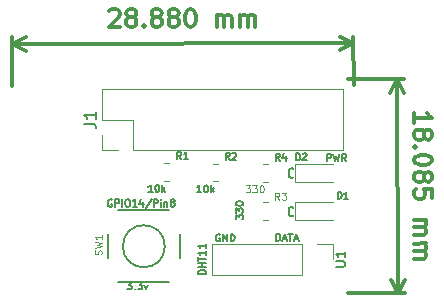
<source format=gbr>
G04 #@! TF.GenerationSoftware,KiCad,Pcbnew,(5.0.0)*
G04 #@! TF.CreationDate,2021-07-17T15:24:55-07:00*
G04 #@! TF.ProjectId,RaspberryPiHat Board,52617370626572727950694861742042,Raspberry Pi Hat *
G04 #@! TF.SameCoordinates,Original*
G04 #@! TF.FileFunction,Legend,Top*
G04 #@! TF.FilePolarity,Positive*
%FSLAX46Y46*%
G04 Gerber Fmt 4.6, Leading zero omitted, Abs format (unit mm)*
G04 Created by KiCad (PCBNEW (5.0.0)) date 07/17/21 15:24:55*
%MOMM*%
%LPD*%
G01*
G04 APERTURE LIST*
%ADD10C,0.300000*%
%ADD11C,0.130000*%
%ADD12C,0.150000*%
%ADD13C,0.120000*%
%ADD14C,0.203200*%
%ADD15C,0.125000*%
%ADD16C,0.100000*%
G04 APERTURE END LIST*
D10*
X66374822Y-51937415D02*
X66373618Y-51080273D01*
X66374220Y-51508844D02*
X67874218Y-51506737D01*
X67659732Y-51364181D01*
X67516674Y-51221525D01*
X67445045Y-51078768D01*
X67233168Y-52793353D02*
X67304395Y-52650396D01*
X67375724Y-52578867D01*
X67518480Y-52507238D01*
X67589909Y-52507138D01*
X67732866Y-52578365D01*
X67804395Y-52649694D01*
X67876024Y-52792450D01*
X67876425Y-53078164D01*
X67805197Y-53221122D01*
X67733869Y-53292650D01*
X67591113Y-53364280D01*
X67519684Y-53364380D01*
X67376727Y-53293152D01*
X67305198Y-53221824D01*
X67233569Y-53079067D01*
X67233168Y-52793353D01*
X67161538Y-52650596D01*
X67090010Y-52579268D01*
X66947052Y-52508040D01*
X66661338Y-52508442D01*
X66518582Y-52580071D01*
X66447253Y-52651600D01*
X66376026Y-52794557D01*
X66376427Y-53080271D01*
X66448056Y-53223028D01*
X66519585Y-53294356D01*
X66662542Y-53365584D01*
X66948256Y-53365182D01*
X67091013Y-53293553D01*
X67162341Y-53222024D01*
X67233569Y-53079067D01*
X66520588Y-54008641D02*
X66449260Y-54080170D01*
X66377731Y-54008842D01*
X66449059Y-53937313D01*
X66520588Y-54008641D01*
X66377731Y-54008842D01*
X67879134Y-55006734D02*
X67879335Y-55149591D01*
X67808107Y-55292548D01*
X67736779Y-55364077D01*
X67594022Y-55435706D01*
X67308408Y-55507536D01*
X66951266Y-55508037D01*
X66665451Y-55437010D01*
X66522494Y-55365782D01*
X66450965Y-55294454D01*
X66379336Y-55151698D01*
X66379135Y-55008841D01*
X66450363Y-54865883D01*
X66521692Y-54794354D01*
X66664448Y-54722725D01*
X66950062Y-54650895D01*
X67307204Y-54650394D01*
X67593019Y-54721421D01*
X67735976Y-54792649D01*
X67807505Y-54863977D01*
X67879134Y-55006734D01*
X67238184Y-56364778D02*
X67309411Y-56221821D01*
X67380740Y-56150292D01*
X67523496Y-56078663D01*
X67594925Y-56078563D01*
X67737882Y-56149790D01*
X67809411Y-56221119D01*
X67881040Y-56363875D01*
X67881441Y-56649589D01*
X67810214Y-56792547D01*
X67738885Y-56864075D01*
X67596129Y-56935705D01*
X67524700Y-56935805D01*
X67381743Y-56864577D01*
X67310214Y-56793249D01*
X67238585Y-56650492D01*
X67238184Y-56364778D01*
X67166554Y-56222022D01*
X67095026Y-56150693D01*
X66952068Y-56079465D01*
X66666354Y-56079867D01*
X66523598Y-56151496D01*
X66452269Y-56223025D01*
X66381042Y-56365982D01*
X66381443Y-56651696D01*
X66453072Y-56794453D01*
X66524601Y-56865781D01*
X66667558Y-56937009D01*
X66953272Y-56936607D01*
X67096029Y-56864978D01*
X67167357Y-56793450D01*
X67238585Y-56650492D01*
X67883749Y-58292445D02*
X67882746Y-57578160D01*
X67168360Y-57507735D01*
X67239889Y-57579063D01*
X67311518Y-57721819D01*
X67312020Y-58078962D01*
X67240792Y-58221919D01*
X67169464Y-58293448D01*
X67026707Y-58365077D01*
X66669565Y-58365579D01*
X66526607Y-58294351D01*
X66455078Y-58223023D01*
X66383449Y-58080266D01*
X66382948Y-57723124D01*
X66454176Y-57580166D01*
X66525504Y-57508637D01*
X66386359Y-60151693D02*
X67386358Y-60150288D01*
X67243501Y-60150489D02*
X67315029Y-60221817D01*
X67386659Y-60364574D01*
X67386960Y-60578859D01*
X67315732Y-60721816D01*
X67172975Y-60793446D01*
X66387261Y-60794549D01*
X67172975Y-60793446D02*
X67315932Y-60864673D01*
X67387561Y-61007430D01*
X67387862Y-61221716D01*
X67316635Y-61364673D01*
X67173878Y-61436302D01*
X66388164Y-61437406D01*
X66389168Y-62151691D02*
X67389167Y-62150286D01*
X67246310Y-62150487D02*
X67317838Y-62221815D01*
X67389468Y-62364572D01*
X67389768Y-62578857D01*
X67318541Y-62721814D01*
X67175784Y-62793444D01*
X66390070Y-62794547D01*
X67175784Y-62793444D02*
X67318741Y-62864671D01*
X67390370Y-63007428D01*
X67390671Y-63221714D01*
X67319444Y-63364671D01*
X67176687Y-63436300D01*
X66390973Y-63437404D01*
X64948219Y-48254149D02*
X64973619Y-66338949D01*
X60782200Y-48260000D02*
X65534639Y-48253325D01*
X60807600Y-66344800D02*
X65560039Y-66338125D01*
X64973619Y-66338949D02*
X64385617Y-65213270D01*
X64973619Y-66338949D02*
X65558457Y-65211623D01*
X64948219Y-48254149D02*
X64363381Y-49381475D01*
X64948219Y-48254149D02*
X65536221Y-49379828D01*
X40574082Y-42470535D02*
X40645385Y-42398981D01*
X40788116Y-42327301D01*
X41145258Y-42326673D01*
X41288241Y-42397850D01*
X41359795Y-42469153D01*
X41431475Y-42611884D01*
X41431726Y-42754741D01*
X41360674Y-42969152D01*
X40505041Y-43827802D01*
X41433611Y-43826168D01*
X42289244Y-42967519D02*
X42146262Y-42896342D01*
X42074708Y-42825039D01*
X42003028Y-42682308D01*
X42002902Y-42610879D01*
X42074079Y-42467897D01*
X42145382Y-42396343D01*
X42288114Y-42324663D01*
X42573827Y-42324160D01*
X42716810Y-42395337D01*
X42788364Y-42466640D01*
X42860044Y-42609371D01*
X42860169Y-42680800D01*
X42788992Y-42823782D01*
X42717689Y-42895337D01*
X42574958Y-42967016D01*
X42289244Y-42967519D01*
X42146513Y-43039199D01*
X42075210Y-43110753D01*
X42004033Y-43253735D01*
X42004536Y-43539449D01*
X42076215Y-43682180D01*
X42147770Y-43753483D01*
X42290752Y-43824660D01*
X42576466Y-43824158D01*
X42719197Y-43752478D01*
X42790500Y-43680924D01*
X42861677Y-43537941D01*
X42861175Y-43252228D01*
X42789495Y-43109496D01*
X42717941Y-43038194D01*
X42574958Y-42967016D01*
X43504785Y-43679668D02*
X43576339Y-43750970D01*
X43505036Y-43822524D01*
X43433482Y-43751222D01*
X43504785Y-43679668D01*
X43505036Y-43822524D01*
X44432098Y-42963750D02*
X44289116Y-42892572D01*
X44217562Y-42821270D01*
X44145882Y-42678538D01*
X44145756Y-42607110D01*
X44216933Y-42464127D01*
X44288236Y-42392573D01*
X44430967Y-42320893D01*
X44716681Y-42320391D01*
X44859664Y-42391568D01*
X44931218Y-42462871D01*
X45002898Y-42605602D01*
X45003023Y-42677031D01*
X44931846Y-42820013D01*
X44860543Y-42891567D01*
X44717812Y-42963247D01*
X44432098Y-42963750D01*
X44289367Y-43035429D01*
X44218064Y-43106983D01*
X44146887Y-43249966D01*
X44147389Y-43535680D01*
X44219069Y-43678411D01*
X44290623Y-43749714D01*
X44433606Y-43820891D01*
X44719320Y-43820389D01*
X44862051Y-43748709D01*
X44933354Y-43677155D01*
X45004531Y-43534172D01*
X45004028Y-43248458D01*
X44932349Y-43105727D01*
X44860795Y-43034424D01*
X44717812Y-42963247D01*
X45860667Y-42961237D02*
X45717685Y-42890060D01*
X45646131Y-42818757D01*
X45574451Y-42676025D01*
X45574325Y-42604597D01*
X45645503Y-42461614D01*
X45716805Y-42390060D01*
X45859537Y-42318381D01*
X46145250Y-42317878D01*
X46288233Y-42389055D01*
X46359787Y-42460358D01*
X46431467Y-42603089D01*
X46431593Y-42674518D01*
X46360415Y-42817500D01*
X46289113Y-42889054D01*
X46146381Y-42960734D01*
X45860667Y-42961237D01*
X45717936Y-43032916D01*
X45646633Y-43104471D01*
X45575456Y-43247453D01*
X45575959Y-43533167D01*
X45647638Y-43675898D01*
X45719193Y-43747201D01*
X45862175Y-43818378D01*
X46147889Y-43817876D01*
X46290620Y-43746196D01*
X46361923Y-43674642D01*
X46433100Y-43531659D01*
X46432598Y-43245945D01*
X46360918Y-43103214D01*
X46289364Y-43031911D01*
X46146381Y-42960734D01*
X47359534Y-42315742D02*
X47502391Y-42315491D01*
X47645374Y-42386668D01*
X47716928Y-42457971D01*
X47788608Y-42600702D01*
X47860539Y-42886290D01*
X47861167Y-43243433D01*
X47790241Y-43529272D01*
X47719064Y-43672255D01*
X47647761Y-43743809D01*
X47505030Y-43815488D01*
X47362173Y-43815740D01*
X47219190Y-43744563D01*
X47147636Y-43673260D01*
X47075956Y-43530528D01*
X47004025Y-43244940D01*
X47003397Y-42887798D01*
X47074323Y-42601958D01*
X47145500Y-42458976D01*
X47216803Y-42387422D01*
X47359534Y-42315742D01*
X49647884Y-43811719D02*
X49646125Y-42811721D01*
X49646376Y-42954578D02*
X49717679Y-42883023D01*
X49860410Y-42811344D01*
X50074695Y-42810967D01*
X50217678Y-42882144D01*
X50289358Y-43024875D01*
X50290740Y-43810588D01*
X50289358Y-43024875D02*
X50360535Y-42881893D01*
X50503266Y-42810213D01*
X50717551Y-42809836D01*
X50860534Y-42881013D01*
X50932214Y-43023744D01*
X50933596Y-43809458D01*
X51647880Y-43808201D02*
X51646121Y-42808203D01*
X51646373Y-42951060D02*
X51717676Y-42879505D01*
X51860407Y-42807826D01*
X52074692Y-42807449D01*
X52217675Y-42878626D01*
X52289355Y-43021357D01*
X52290737Y-43807070D01*
X52289355Y-43021357D02*
X52360532Y-42878375D01*
X52503263Y-42806695D01*
X52717548Y-42806318D01*
X52860531Y-42877495D01*
X52932211Y-43020226D01*
X52933593Y-43805940D01*
X32353346Y-45263572D02*
X61233146Y-45212772D01*
X32359600Y-48818800D02*
X32352315Y-44677152D01*
X61239400Y-48768000D02*
X61232115Y-44626352D01*
X61233146Y-45212772D02*
X60107676Y-45801173D01*
X61233146Y-45212772D02*
X60105612Y-44628334D01*
X32353346Y-45263572D02*
X33480880Y-45848010D01*
X32353346Y-45263572D02*
X33478816Y-44675171D01*
D11*
X58991600Y-55160828D02*
X58991600Y-54560828D01*
X59220171Y-54560828D01*
X59277314Y-54589400D01*
X59305885Y-54617971D01*
X59334457Y-54675114D01*
X59334457Y-54760828D01*
X59305885Y-54817971D01*
X59277314Y-54846542D01*
X59220171Y-54875114D01*
X58991600Y-54875114D01*
X59534457Y-54560828D02*
X59677314Y-55160828D01*
X59791600Y-54732257D01*
X59905885Y-55160828D01*
X60048742Y-54560828D01*
X60620171Y-55160828D02*
X60420171Y-54875114D01*
X60277314Y-55160828D02*
X60277314Y-54560828D01*
X60505885Y-54560828D01*
X60563028Y-54589400D01*
X60591600Y-54617971D01*
X60620171Y-54675114D01*
X60620171Y-54760828D01*
X60591600Y-54817971D01*
X60563028Y-54846542D01*
X60505885Y-54875114D01*
X60277314Y-54875114D01*
D12*
X40770514Y-58450200D02*
X40713371Y-58421628D01*
X40627657Y-58421628D01*
X40541942Y-58450200D01*
X40484800Y-58507342D01*
X40456228Y-58564485D01*
X40427657Y-58678771D01*
X40427657Y-58764485D01*
X40456228Y-58878771D01*
X40484800Y-58935914D01*
X40541942Y-58993057D01*
X40627657Y-59021628D01*
X40684800Y-59021628D01*
X40770514Y-58993057D01*
X40799085Y-58964485D01*
X40799085Y-58764485D01*
X40684800Y-58764485D01*
X41056228Y-59021628D02*
X41056228Y-58421628D01*
X41284800Y-58421628D01*
X41341942Y-58450200D01*
X41370514Y-58478771D01*
X41399085Y-58535914D01*
X41399085Y-58621628D01*
X41370514Y-58678771D01*
X41341942Y-58707342D01*
X41284800Y-58735914D01*
X41056228Y-58735914D01*
X41656228Y-59021628D02*
X41656228Y-58421628D01*
X42056228Y-58421628D02*
X42170514Y-58421628D01*
X42227657Y-58450200D01*
X42284800Y-58507342D01*
X42313371Y-58621628D01*
X42313371Y-58821628D01*
X42284800Y-58935914D01*
X42227657Y-58993057D01*
X42170514Y-59021628D01*
X42056228Y-59021628D01*
X41999085Y-58993057D01*
X41941942Y-58935914D01*
X41913371Y-58821628D01*
X41913371Y-58621628D01*
X41941942Y-58507342D01*
X41999085Y-58450200D01*
X42056228Y-58421628D01*
X42884800Y-59021628D02*
X42541942Y-59021628D01*
X42713371Y-59021628D02*
X42713371Y-58421628D01*
X42656228Y-58507342D01*
X42599085Y-58564485D01*
X42541942Y-58593057D01*
X43399085Y-58621628D02*
X43399085Y-59021628D01*
X43256228Y-58393057D02*
X43113371Y-58821628D01*
X43484800Y-58821628D01*
X44141942Y-58393057D02*
X43627657Y-59164485D01*
X44341942Y-59021628D02*
X44341942Y-58421628D01*
X44570514Y-58421628D01*
X44627657Y-58450200D01*
X44656228Y-58478771D01*
X44684800Y-58535914D01*
X44684800Y-58621628D01*
X44656228Y-58678771D01*
X44627657Y-58707342D01*
X44570514Y-58735914D01*
X44341942Y-58735914D01*
X44941942Y-59021628D02*
X44941942Y-58621628D01*
X44941942Y-58421628D02*
X44913371Y-58450200D01*
X44941942Y-58478771D01*
X44970514Y-58450200D01*
X44941942Y-58421628D01*
X44941942Y-58478771D01*
X45227657Y-58621628D02*
X45227657Y-59021628D01*
X45227657Y-58678771D02*
X45256228Y-58650200D01*
X45313371Y-58621628D01*
X45399085Y-58621628D01*
X45456228Y-58650200D01*
X45484800Y-58707342D01*
X45484800Y-59021628D01*
X45856228Y-58678771D02*
X45799085Y-58650200D01*
X45770514Y-58621628D01*
X45741942Y-58564485D01*
X45741942Y-58535914D01*
X45770514Y-58478771D01*
X45799085Y-58450200D01*
X45856228Y-58421628D01*
X45970514Y-58421628D01*
X46027657Y-58450200D01*
X46056228Y-58478771D01*
X46084800Y-58535914D01*
X46084800Y-58564485D01*
X46056228Y-58621628D01*
X46027657Y-58650200D01*
X45970514Y-58678771D01*
X45856228Y-58678771D01*
X45799085Y-58707342D01*
X45770514Y-58735914D01*
X45741942Y-58793057D01*
X45741942Y-58907342D01*
X45770514Y-58964485D01*
X45799085Y-58993057D01*
X45856228Y-59021628D01*
X45970514Y-59021628D01*
X46027657Y-58993057D01*
X46056228Y-58964485D01*
X46084800Y-58907342D01*
X46084800Y-58793057D01*
X46056228Y-58735914D01*
X46027657Y-58707342D01*
X45970514Y-58678771D01*
X42094257Y-65432028D02*
X42465685Y-65432028D01*
X42265685Y-65660600D01*
X42351400Y-65660600D01*
X42408542Y-65689171D01*
X42437114Y-65717742D01*
X42465685Y-65774885D01*
X42465685Y-65917742D01*
X42437114Y-65974885D01*
X42408542Y-66003457D01*
X42351400Y-66032028D01*
X42179971Y-66032028D01*
X42122828Y-66003457D01*
X42094257Y-65974885D01*
X42722828Y-65974885D02*
X42751400Y-66003457D01*
X42722828Y-66032028D01*
X42694257Y-66003457D01*
X42722828Y-65974885D01*
X42722828Y-66032028D01*
X42951400Y-65432028D02*
X43322828Y-65432028D01*
X43122828Y-65660600D01*
X43208542Y-65660600D01*
X43265685Y-65689171D01*
X43294257Y-65717742D01*
X43322828Y-65774885D01*
X43322828Y-65917742D01*
X43294257Y-65974885D01*
X43265685Y-66003457D01*
X43208542Y-66032028D01*
X43037114Y-66032028D01*
X42979971Y-66003457D01*
X42951400Y-65974885D01*
X43522828Y-65632028D02*
X43665685Y-66032028D01*
X43808542Y-65632028D01*
X54700600Y-61917228D02*
X54700600Y-61317228D01*
X54843457Y-61317228D01*
X54929171Y-61345800D01*
X54986314Y-61402942D01*
X55014885Y-61460085D01*
X55043457Y-61574371D01*
X55043457Y-61660085D01*
X55014885Y-61774371D01*
X54986314Y-61831514D01*
X54929171Y-61888657D01*
X54843457Y-61917228D01*
X54700600Y-61917228D01*
X55272028Y-61745800D02*
X55557742Y-61745800D01*
X55214885Y-61917228D02*
X55414885Y-61317228D01*
X55614885Y-61917228D01*
X55729171Y-61317228D02*
X56072028Y-61317228D01*
X55900600Y-61917228D02*
X55900600Y-61317228D01*
X56243457Y-61745800D02*
X56529171Y-61745800D01*
X56186314Y-61917228D02*
X56386314Y-61317228D01*
X56586314Y-61917228D01*
X49911057Y-61396600D02*
X49853914Y-61368028D01*
X49768200Y-61368028D01*
X49682485Y-61396600D01*
X49625342Y-61453742D01*
X49596771Y-61510885D01*
X49568200Y-61625171D01*
X49568200Y-61710885D01*
X49596771Y-61825171D01*
X49625342Y-61882314D01*
X49682485Y-61939457D01*
X49768200Y-61968028D01*
X49825342Y-61968028D01*
X49911057Y-61939457D01*
X49939628Y-61910885D01*
X49939628Y-61710885D01*
X49825342Y-61710885D01*
X50196771Y-61968028D02*
X50196771Y-61368028D01*
X50539628Y-61968028D01*
X50539628Y-61368028D01*
X50825342Y-61968028D02*
X50825342Y-61368028D01*
X50968200Y-61368028D01*
X51053914Y-61396600D01*
X51111057Y-61453742D01*
X51139628Y-61510885D01*
X51168200Y-61625171D01*
X51168200Y-61710885D01*
X51139628Y-61825171D01*
X51111057Y-61882314D01*
X51053914Y-61939457D01*
X50968200Y-61968028D01*
X50825342Y-61968028D01*
X56116514Y-59772514D02*
X56087942Y-59810609D01*
X56002228Y-59848704D01*
X55945085Y-59848704D01*
X55859371Y-59810609D01*
X55802228Y-59734419D01*
X55773657Y-59658228D01*
X55745085Y-59505847D01*
X55745085Y-59391561D01*
X55773657Y-59239180D01*
X55802228Y-59162990D01*
X55859371Y-59086800D01*
X55945085Y-59048704D01*
X56002228Y-59048704D01*
X56087942Y-59086800D01*
X56116514Y-59124895D01*
X56116514Y-56521314D02*
X56087942Y-56559409D01*
X56002228Y-56597504D01*
X55945085Y-56597504D01*
X55859371Y-56559409D01*
X55802228Y-56483219D01*
X55773657Y-56407028D01*
X55745085Y-56254647D01*
X55745085Y-56140361D01*
X55773657Y-55987980D01*
X55802228Y-55911790D01*
X55859371Y-55835600D01*
X55945085Y-55797504D01*
X56002228Y-55797504D01*
X56087942Y-55835600D01*
X56116514Y-55873695D01*
D13*
G04 #@! TO.C,J1*
X60385000Y-54263600D02*
X60385000Y-49063600D01*
X42545000Y-54263600D02*
X60385000Y-54263600D01*
X39945000Y-49063600D02*
X60385000Y-49063600D01*
X42545000Y-54263600D02*
X42545000Y-51663600D01*
X42545000Y-51663600D02*
X39945000Y-51663600D01*
X39945000Y-51663600D02*
X39945000Y-49063600D01*
X41275000Y-54263600D02*
X39945000Y-54263600D01*
X39945000Y-54263600D02*
X39945000Y-52933600D01*
G04 #@! TO.C,R2*
X49328336Y-56869000D02*
X49782464Y-56869000D01*
X49328336Y-55399000D02*
X49782464Y-55399000D01*
G04 #@! TO.C,D1*
X56296200Y-58635200D02*
X56296200Y-60135200D01*
X56296200Y-58635200D02*
X59496200Y-58635200D01*
X59496200Y-60135200D02*
X56296200Y-60135200D01*
G04 #@! TO.C,D2*
X59470800Y-56934800D02*
X56270800Y-56934800D01*
X56270800Y-55434800D02*
X59470800Y-55434800D01*
X56270800Y-55434800D02*
X56270800Y-56934800D01*
G04 #@! TO.C,R1*
X45188136Y-55348200D02*
X45642264Y-55348200D01*
X45188136Y-56818200D02*
X45642264Y-56818200D01*
G04 #@! TO.C,R3*
X53570136Y-58675600D02*
X54024264Y-58675600D01*
X53570136Y-60145600D02*
X54024264Y-60145600D01*
G04 #@! TO.C,R4*
X53544736Y-56919800D02*
X53998864Y-56919800D01*
X53544736Y-55449800D02*
X53998864Y-55449800D01*
D14*
G04 #@! TO.C,SW1*
X41325800Y-65430400D02*
X45643800Y-65430400D01*
X45643800Y-59334400D02*
X41325800Y-59334400D01*
X40436800Y-63378080D02*
X40436800Y-61366400D01*
X46532800Y-63408560D02*
X46532800Y-61366400D01*
X45262800Y-62382400D02*
G75*
G03X45262800Y-62382400I-1778000J0D01*
G01*
D13*
G04 #@! TO.C,U1*
X49216000Y-62170000D02*
X49216000Y-64830000D01*
X56896000Y-62170000D02*
X49216000Y-62170000D01*
X56896000Y-64830000D02*
X49216000Y-64830000D01*
X56896000Y-62170000D02*
X56896000Y-64830000D01*
X58166000Y-62170000D02*
X59496000Y-62170000D01*
X59496000Y-62170000D02*
X59496000Y-63500000D01*
G04 #@! TO.C,J1*
D12*
X38397380Y-51996933D02*
X39111666Y-51996933D01*
X39254523Y-52044552D01*
X39349761Y-52139790D01*
X39397380Y-52282647D01*
X39397380Y-52377885D01*
X39397380Y-50996933D02*
X39397380Y-51568361D01*
X39397380Y-51282647D02*
X38397380Y-51282647D01*
X38540238Y-51377885D01*
X38635476Y-51473123D01*
X38683095Y-51568361D01*
G04 #@! TO.C,R2*
X50750800Y-55059228D02*
X50550800Y-54773514D01*
X50407942Y-55059228D02*
X50407942Y-54459228D01*
X50636514Y-54459228D01*
X50693657Y-54487800D01*
X50722228Y-54516371D01*
X50750800Y-54573514D01*
X50750800Y-54659228D01*
X50722228Y-54716371D01*
X50693657Y-54744942D01*
X50636514Y-54773514D01*
X50407942Y-54773514D01*
X50979371Y-54516371D02*
X51007942Y-54487800D01*
X51065085Y-54459228D01*
X51207942Y-54459228D01*
X51265085Y-54487800D01*
X51293657Y-54516371D01*
X51322228Y-54573514D01*
X51322228Y-54630657D01*
X51293657Y-54716371D01*
X50950800Y-55059228D01*
X51322228Y-55059228D01*
X48334657Y-57827828D02*
X47991800Y-57827828D01*
X48163228Y-57827828D02*
X48163228Y-57227828D01*
X48106085Y-57313542D01*
X48048942Y-57370685D01*
X47991800Y-57399257D01*
X48706085Y-57227828D02*
X48763228Y-57227828D01*
X48820371Y-57256400D01*
X48848942Y-57284971D01*
X48877514Y-57342114D01*
X48906085Y-57456400D01*
X48906085Y-57599257D01*
X48877514Y-57713542D01*
X48848942Y-57770685D01*
X48820371Y-57799257D01*
X48763228Y-57827828D01*
X48706085Y-57827828D01*
X48648942Y-57799257D01*
X48620371Y-57770685D01*
X48591800Y-57713542D01*
X48563228Y-57599257D01*
X48563228Y-57456400D01*
X48591800Y-57342114D01*
X48620371Y-57284971D01*
X48648942Y-57256400D01*
X48706085Y-57227828D01*
X49163228Y-57827828D02*
X49163228Y-57227828D01*
X49220371Y-57599257D02*
X49391800Y-57827828D01*
X49391800Y-57427828D02*
X49163228Y-57656400D01*
G04 #@! TO.C,D1*
X59882142Y-58361228D02*
X59882142Y-57761228D01*
X60025000Y-57761228D01*
X60110714Y-57789800D01*
X60167857Y-57846942D01*
X60196428Y-57904085D01*
X60225000Y-58018371D01*
X60225000Y-58104085D01*
X60196428Y-58218371D01*
X60167857Y-58275514D01*
X60110714Y-58332657D01*
X60025000Y-58361228D01*
X59882142Y-58361228D01*
X60796428Y-58361228D02*
X60453571Y-58361228D01*
X60625000Y-58361228D02*
X60625000Y-57761228D01*
X60567857Y-57846942D01*
X60510714Y-57904085D01*
X60453571Y-57932657D01*
G04 #@! TO.C,D2*
X56351542Y-55110028D02*
X56351542Y-54510028D01*
X56494400Y-54510028D01*
X56580114Y-54538600D01*
X56637257Y-54595742D01*
X56665828Y-54652885D01*
X56694400Y-54767171D01*
X56694400Y-54852885D01*
X56665828Y-54967171D01*
X56637257Y-55024314D01*
X56580114Y-55081457D01*
X56494400Y-55110028D01*
X56351542Y-55110028D01*
X56922971Y-54567171D02*
X56951542Y-54538600D01*
X57008685Y-54510028D01*
X57151542Y-54510028D01*
X57208685Y-54538600D01*
X57237257Y-54567171D01*
X57265828Y-54624314D01*
X57265828Y-54681457D01*
X57237257Y-54767171D01*
X56894400Y-55110028D01*
X57265828Y-55110028D01*
G04 #@! TO.C,R1*
X46661400Y-55008428D02*
X46461400Y-54722714D01*
X46318542Y-55008428D02*
X46318542Y-54408428D01*
X46547114Y-54408428D01*
X46604257Y-54437000D01*
X46632828Y-54465571D01*
X46661400Y-54522714D01*
X46661400Y-54608428D01*
X46632828Y-54665571D01*
X46604257Y-54694142D01*
X46547114Y-54722714D01*
X46318542Y-54722714D01*
X47232828Y-55008428D02*
X46889971Y-55008428D01*
X47061400Y-55008428D02*
X47061400Y-54408428D01*
X47004257Y-54494142D01*
X46947114Y-54551285D01*
X46889971Y-54579857D01*
X44219857Y-57777028D02*
X43877000Y-57777028D01*
X44048428Y-57777028D02*
X44048428Y-57177028D01*
X43991285Y-57262742D01*
X43934142Y-57319885D01*
X43877000Y-57348457D01*
X44591285Y-57177028D02*
X44648428Y-57177028D01*
X44705571Y-57205600D01*
X44734142Y-57234171D01*
X44762714Y-57291314D01*
X44791285Y-57405600D01*
X44791285Y-57548457D01*
X44762714Y-57662742D01*
X44734142Y-57719885D01*
X44705571Y-57748457D01*
X44648428Y-57777028D01*
X44591285Y-57777028D01*
X44534142Y-57748457D01*
X44505571Y-57719885D01*
X44477000Y-57662742D01*
X44448428Y-57548457D01*
X44448428Y-57405600D01*
X44477000Y-57291314D01*
X44505571Y-57234171D01*
X44534142Y-57205600D01*
X44591285Y-57177028D01*
X45048428Y-57777028D02*
X45048428Y-57177028D01*
X45105571Y-57548457D02*
X45277000Y-57777028D01*
X45277000Y-57377028D02*
X45048428Y-57605600D01*
G04 #@! TO.C,R3*
D15*
X54967200Y-58437428D02*
X54767200Y-58151714D01*
X54624342Y-58437428D02*
X54624342Y-57837428D01*
X54852914Y-57837428D01*
X54910057Y-57866000D01*
X54938628Y-57894571D01*
X54967200Y-57951714D01*
X54967200Y-58037428D01*
X54938628Y-58094571D01*
X54910057Y-58123142D01*
X54852914Y-58151714D01*
X54624342Y-58151714D01*
X55167200Y-57837428D02*
X55538628Y-57837428D01*
X55338628Y-58066000D01*
X55424342Y-58066000D01*
X55481485Y-58094571D01*
X55510057Y-58123142D01*
X55538628Y-58180285D01*
X55538628Y-58323142D01*
X55510057Y-58380285D01*
X55481485Y-58408857D01*
X55424342Y-58437428D01*
X55252914Y-58437428D01*
X55195771Y-58408857D01*
X55167200Y-58380285D01*
D12*
X51284228Y-60105828D02*
X51284228Y-59734400D01*
X51512800Y-59934400D01*
X51512800Y-59848685D01*
X51541371Y-59791542D01*
X51569942Y-59762971D01*
X51627085Y-59734400D01*
X51769942Y-59734400D01*
X51827085Y-59762971D01*
X51855657Y-59791542D01*
X51884228Y-59848685D01*
X51884228Y-60020114D01*
X51855657Y-60077257D01*
X51827085Y-60105828D01*
X51284228Y-59534400D02*
X51284228Y-59162971D01*
X51512800Y-59362971D01*
X51512800Y-59277257D01*
X51541371Y-59220114D01*
X51569942Y-59191542D01*
X51627085Y-59162971D01*
X51769942Y-59162971D01*
X51827085Y-59191542D01*
X51855657Y-59220114D01*
X51884228Y-59277257D01*
X51884228Y-59448685D01*
X51855657Y-59505828D01*
X51827085Y-59534400D01*
X51284228Y-58791542D02*
X51284228Y-58734400D01*
X51312800Y-58677257D01*
X51341371Y-58648685D01*
X51398514Y-58620114D01*
X51512800Y-58591542D01*
X51655657Y-58591542D01*
X51769942Y-58620114D01*
X51827085Y-58648685D01*
X51855657Y-58677257D01*
X51884228Y-58734400D01*
X51884228Y-58791542D01*
X51855657Y-58848685D01*
X51827085Y-58877257D01*
X51769942Y-58905828D01*
X51655657Y-58934400D01*
X51512800Y-58934400D01*
X51398514Y-58905828D01*
X51341371Y-58877257D01*
X51312800Y-58848685D01*
X51284228Y-58791542D01*
G04 #@! TO.C,R4*
X54992600Y-55135428D02*
X54792600Y-54849714D01*
X54649742Y-55135428D02*
X54649742Y-54535428D01*
X54878314Y-54535428D01*
X54935457Y-54564000D01*
X54964028Y-54592571D01*
X54992600Y-54649714D01*
X54992600Y-54735428D01*
X54964028Y-54792571D01*
X54935457Y-54821142D01*
X54878314Y-54849714D01*
X54649742Y-54849714D01*
X55506885Y-54735428D02*
X55506885Y-55135428D01*
X55364028Y-54506857D02*
X55221171Y-54935428D01*
X55592600Y-54935428D01*
D15*
X52111371Y-57227828D02*
X52482800Y-57227828D01*
X52282800Y-57456400D01*
X52368514Y-57456400D01*
X52425657Y-57484971D01*
X52454228Y-57513542D01*
X52482800Y-57570685D01*
X52482800Y-57713542D01*
X52454228Y-57770685D01*
X52425657Y-57799257D01*
X52368514Y-57827828D01*
X52197085Y-57827828D01*
X52139942Y-57799257D01*
X52111371Y-57770685D01*
X52682800Y-57227828D02*
X53054228Y-57227828D01*
X52854228Y-57456400D01*
X52939942Y-57456400D01*
X52997085Y-57484971D01*
X53025657Y-57513542D01*
X53054228Y-57570685D01*
X53054228Y-57713542D01*
X53025657Y-57770685D01*
X52997085Y-57799257D01*
X52939942Y-57827828D01*
X52768514Y-57827828D01*
X52711371Y-57799257D01*
X52682800Y-57770685D01*
X53425657Y-57227828D02*
X53482800Y-57227828D01*
X53539942Y-57256400D01*
X53568514Y-57284971D01*
X53597085Y-57342114D01*
X53625657Y-57456400D01*
X53625657Y-57599257D01*
X53597085Y-57713542D01*
X53568514Y-57770685D01*
X53539942Y-57799257D01*
X53482800Y-57827828D01*
X53425657Y-57827828D01*
X53368514Y-57799257D01*
X53339942Y-57770685D01*
X53311371Y-57713542D01*
X53282800Y-57599257D01*
X53282800Y-57456400D01*
X53311371Y-57342114D01*
X53339942Y-57284971D01*
X53368514Y-57256400D01*
X53425657Y-57227828D01*
G04 #@! TO.C,SW1*
D16*
X39896856Y-63059200D02*
X39925427Y-62973485D01*
X39925427Y-62830628D01*
X39896856Y-62773485D01*
X39868284Y-62744914D01*
X39811141Y-62716342D01*
X39753999Y-62716342D01*
X39696856Y-62744914D01*
X39668284Y-62773485D01*
X39639713Y-62830628D01*
X39611141Y-62944914D01*
X39582570Y-63002057D01*
X39553999Y-63030628D01*
X39496856Y-63059200D01*
X39439713Y-63059200D01*
X39382570Y-63030628D01*
X39353999Y-63002057D01*
X39325427Y-62944914D01*
X39325427Y-62802057D01*
X39353999Y-62716342D01*
X39325427Y-62516342D02*
X39925427Y-62373485D01*
X39496856Y-62259200D01*
X39925427Y-62144914D01*
X39325427Y-62002057D01*
X39925427Y-61459200D02*
X39925427Y-61802057D01*
X39925427Y-61630628D02*
X39325427Y-61630628D01*
X39411141Y-61687771D01*
X39468284Y-61744914D01*
X39496856Y-61802057D01*
G04 #@! TO.C,U1*
D12*
X59734504Y-64109523D02*
X60382123Y-64109523D01*
X60458314Y-64071428D01*
X60496409Y-64033333D01*
X60534504Y-63957142D01*
X60534504Y-63804761D01*
X60496409Y-63728571D01*
X60458314Y-63690476D01*
X60382123Y-63652380D01*
X59734504Y-63652380D01*
X60534504Y-62852380D02*
X60534504Y-63309523D01*
X60534504Y-63080952D02*
X59734504Y-63080952D01*
X59848790Y-63157142D01*
X59924980Y-63233333D01*
X59963076Y-63309523D01*
X48709228Y-64746028D02*
X48109228Y-64746028D01*
X48109228Y-64603171D01*
X48137800Y-64517457D01*
X48194942Y-64460314D01*
X48252085Y-64431742D01*
X48366371Y-64403171D01*
X48452085Y-64403171D01*
X48566371Y-64431742D01*
X48623514Y-64460314D01*
X48680657Y-64517457D01*
X48709228Y-64603171D01*
X48709228Y-64746028D01*
X48709228Y-64146028D02*
X48109228Y-64146028D01*
X48394942Y-64146028D02*
X48394942Y-63803171D01*
X48709228Y-63803171D02*
X48109228Y-63803171D01*
X48109228Y-63603171D02*
X48109228Y-63260314D01*
X48709228Y-63431742D02*
X48109228Y-63431742D01*
X48709228Y-62746028D02*
X48709228Y-63088885D01*
X48709228Y-62917457D02*
X48109228Y-62917457D01*
X48194942Y-62974600D01*
X48252085Y-63031742D01*
X48280657Y-63088885D01*
X48709228Y-62174600D02*
X48709228Y-62517457D01*
X48709228Y-62346028D02*
X48109228Y-62346028D01*
X48194942Y-62403171D01*
X48252085Y-62460314D01*
X48280657Y-62517457D01*
G04 #@! TD*
M02*

</source>
